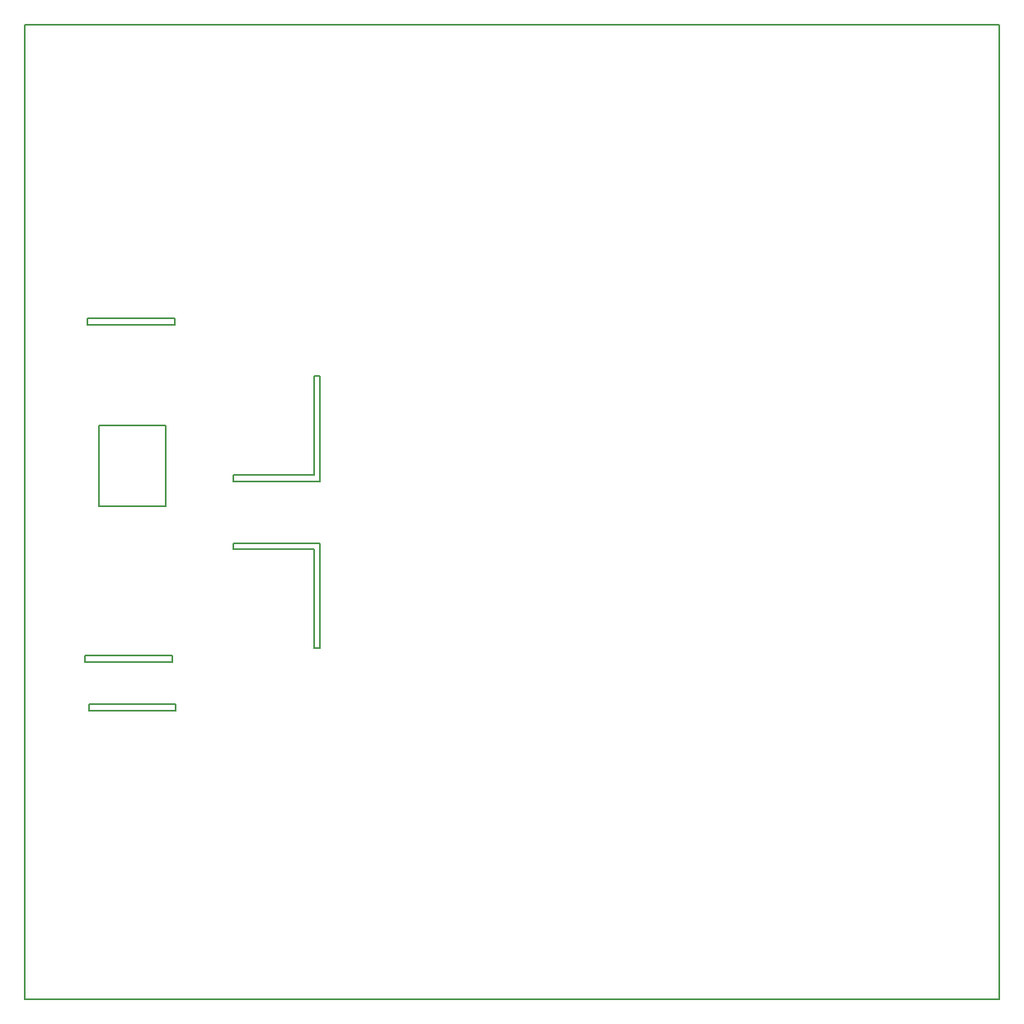
<source format=gbr>
G04 DipTrace 4.3.0.1*
G04 BoardOutline.gbr*
%MOMM*%
G04 #@! TF.FileFunction,Profile*
G04 #@! TF.Part,Single*
%ADD12C,0.14*%
%FSLAX35Y35*%
G04*
G71*
G90*
G75*
G01*
G04 BoardOutline*
%LPD*%
X-5000000Y5000000D2*
D12*
X5000000D1*
Y-5000000D1*
X-5000000D1*
Y5000000D1*
X-2857500Y381000D2*
X-2032000D1*
Y1397000D1*
X-1968500D1*
Y317500D1*
X-2857500D1*
Y381000D1*
Y-381000D2*
X-2032000D1*
Y-1397000D1*
X-1968500D1*
Y-317500D1*
X-2857500D1*
Y-381000D1*
X-4381500Y-1476377D2*
X-3491873D1*
Y-1539877D1*
X-4381500D1*
Y-1476377D1*
X-4238000Y889000D2*
X-3556000D1*
Y63500D1*
X-4238000D1*
Y889000D1*
X-4340250Y-1974340D2*
X-3450623D1*
Y-2037840D1*
X-4340250D1*
Y-1974340D1*
X-4356280Y1985820D2*
X-3466653D1*
Y1922320D1*
X-4356280D1*
Y1985820D1*
M02*

</source>
